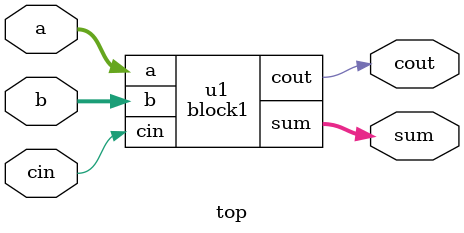
<source format=sv>
module mux2x1(
  
  input s0, s1,
  input sel,
  output y
  
);
  
  assign y = (sel) ? s1 : s0;
  
endmodule

// Full Adder Module
module fa(
  
  input a,
  input b,
  input cin,
  output sum,
  output cout,
  output p
  
);
  assign sum = (a ^ b) ^ cin;
  assign cout = (a & b) | (b & cin) | (cin & a);
  assign p = a ^ b;
  
endmodule

// Block Module for 2-bit Carry Skip
module block1(
  
  input [1:0] a,
  input [1:0] b,
  input cin,
  output [1:0] sum,
  output cout
  
);
  
  wire w1, w2;
  wire p0, p1;
  wire p_block;

  fa fa0(.a(a[0]), .b(b[0]), .cin(cin), .sum(sum[0]), .cout(w1), .p(p0));
  
  fa fa1(.a(a[1]), .b(b[1]), .cin(w1),  .sum(sum[1]), .cout(w2), .p(p1));

  and(p_block, p0, p1);
  
  mux2x1 mux(.s0(w2), .s1(cin), .sel(p_block), .y(cout));
  
endmodule

// Top module
module top(
  
  input [1:0] a,
  input [1:0] b,
  input cin,
  output [1:0] sum,
  output cout
  
);
  
  block1 u1(.a(a), .b(b), .cin(cin), .sum(sum), .cout(cout));
  
endmodule

</source>
